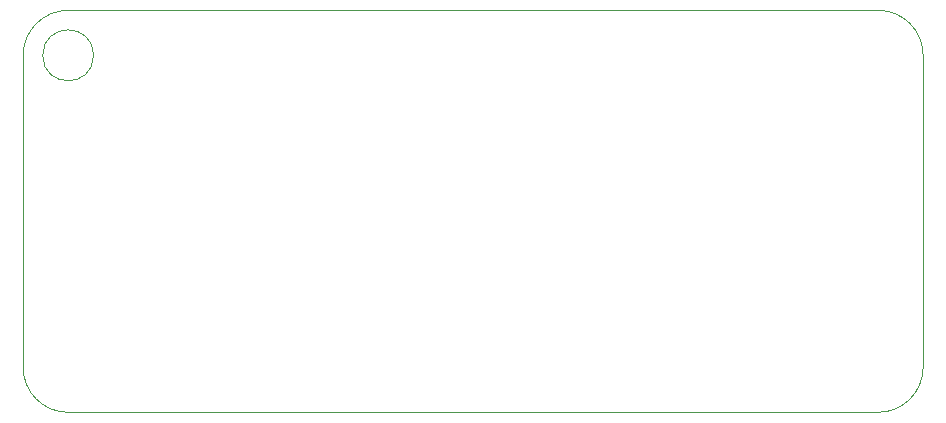
<source format=gbr>
%TF.GenerationSoftware,KiCad,Pcbnew,8.0.1-rc1*%
%TF.CreationDate,2024-07-22T16:01:23-05:00*%
%TF.ProjectId,Waveform_Blinky,57617665-666f-4726-9d5f-426c696e6b79,1.0*%
%TF.SameCoordinates,Original*%
%TF.FileFunction,Profile,NP*%
%FSLAX46Y46*%
G04 Gerber Fmt 4.6, Leading zero omitted, Abs format (unit mm)*
G04 Created by KiCad (PCBNEW 8.0.1-rc1) date 2024-07-22 16:01:23*
%MOMM*%
%LPD*%
G01*
G04 APERTURE LIST*
%TA.AperFunction,Profile*%
%ADD10C,0.100000*%
%TD*%
G04 APERTURE END LIST*
D10*
X168909998Y-120396000D02*
X100330000Y-120396000D01*
X102485261Y-90170000D02*
G75*
G02*
X98174739Y-90170000I-2155261J0D01*
G01*
X98174739Y-90170000D02*
G75*
G02*
X102485261Y-90170000I2155261J0D01*
G01*
X168909998Y-86360000D02*
G75*
G02*
X172720000Y-90170000I2J-3810000D01*
G01*
X96520000Y-90170000D02*
G75*
G02*
X100330000Y-86360000I3810000J0D01*
G01*
X172720000Y-90170000D02*
X172720000Y-116586000D01*
X96520000Y-116586000D02*
X96520000Y-90170000D01*
X100330000Y-120396000D02*
G75*
G02*
X96520000Y-116586000I0J3810000D01*
G01*
X100330000Y-86360000D02*
X168909998Y-86360000D01*
X172720000Y-116586000D02*
G75*
G02*
X168910000Y-120396000I-3810000J0D01*
G01*
M02*

</source>
